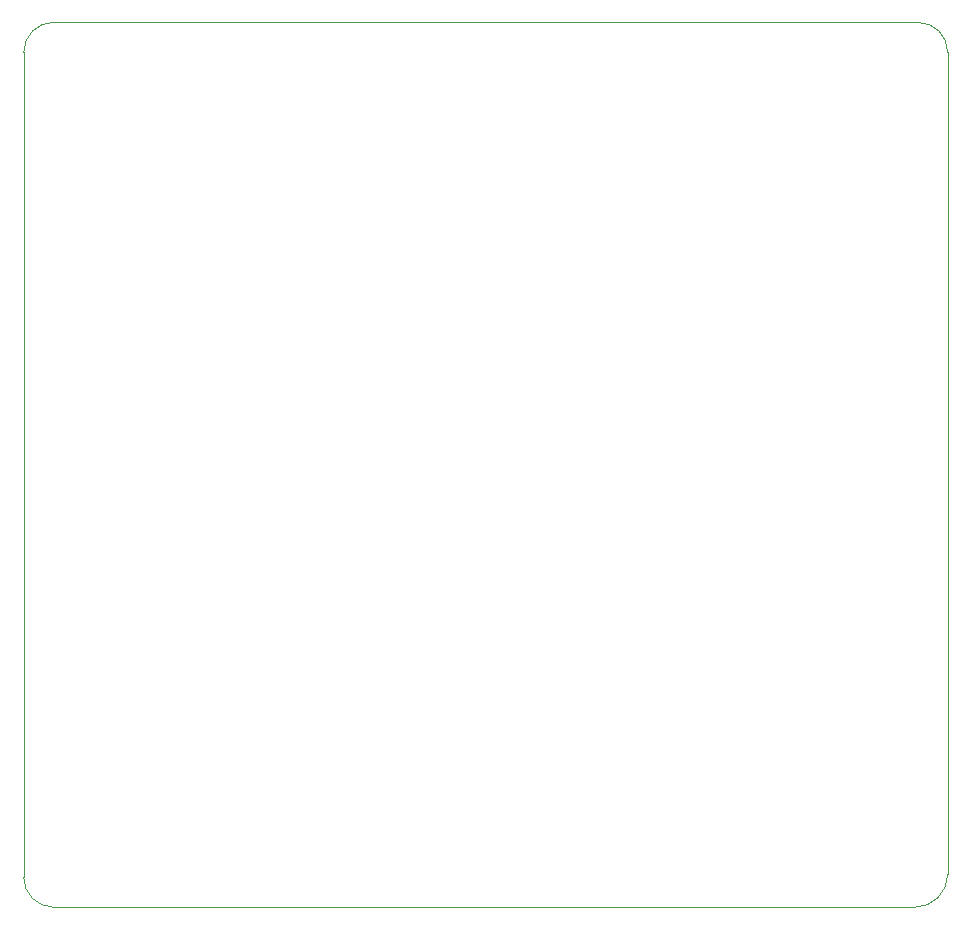
<source format=gbr>
%TF.GenerationSoftware,KiCad,Pcbnew,7.0.5*%
%TF.CreationDate,2024-05-08T14:59:28+07:00*%
%TF.ProjectId,Project232,50726f6a-6563-4743-9233-322e6b696361,rev?*%
%TF.SameCoordinates,Original*%
%TF.FileFunction,Profile,NP*%
%FSLAX46Y46*%
G04 Gerber Fmt 4.6, Leading zero omitted, Abs format (unit mm)*
G04 Created by KiCad (PCBNEW 7.0.5) date 2024-05-08 14:59:28*
%MOMM*%
%LPD*%
G01*
G04 APERTURE LIST*
%TA.AperFunction,Profile*%
%ADD10C,0.100000*%
%TD*%
G04 APERTURE END LIST*
D10*
X94488000Y-136906000D02*
X94488000Y-67056000D01*
X94488000Y-136906000D02*
G75*
G03*
X97028000Y-139446000I2540000J0D01*
G01*
X169926000Y-139446000D02*
X97028000Y-139446000D01*
X169926000Y-139446000D02*
G75*
G03*
X172720000Y-136652000I0J2794000D01*
G01*
X97028000Y-64516000D02*
X170180000Y-64516000D01*
X172720000Y-67056000D02*
X172720000Y-136652000D01*
X97028000Y-64516000D02*
G75*
G03*
X94488000Y-67056000I0J-2540000D01*
G01*
X172720000Y-67056000D02*
G75*
G03*
X170180000Y-64516000I-2540000J0D01*
G01*
M02*

</source>
